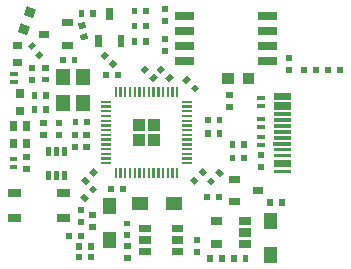
<source format=gtp>
%TF.GenerationSoftware,KiCad,Pcbnew,9.0.0*%
%TF.CreationDate,2025-03-31T12:51:01+01:00*%
%TF.ProjectId,vm_rp2040_brain_0.1,766d5f72-7032-4303-9430-5f627261696e,rev?*%
%TF.SameCoordinates,Original*%
%TF.FileFunction,Paste,Top*%
%TF.FilePolarity,Positive*%
%FSLAX45Y45*%
G04 Gerber Fmt 4.5, Leading zero omitted, Abs format (unit mm)*
G04 Created by KiCad (PCBNEW 9.0.0) date 2025-03-31 12:51:01*
%MOMM*%
%LPD*%
G01*
G04 APERTURE LIST*
%ADD10C,0.000000*%
G04 APERTURE END LIST*
D10*
G36*
X-852854Y604734D02*
G01*
X-902854Y604734D01*
X-902854Y659735D01*
X-852854Y659735D01*
X-852854Y604734D01*
G37*
G36*
X-567498Y-10000D02*
G01*
X-654998Y-10000D01*
X-654998Y10000D01*
X-567498Y10000D01*
X-567498Y-10000D01*
G37*
G36*
X-914999Y199159D02*
G01*
X-1034999Y199159D01*
X-1034999Y339159D01*
X-914999Y339159D01*
X-914999Y199159D01*
G37*
G36*
X-397500Y319998D02*
G01*
X-417500Y319998D01*
X-417500Y407498D01*
X-397500Y407498D01*
X-397500Y319998D01*
G37*
G36*
X838003Y-1081059D02*
G01*
X728003Y-1081059D01*
X728003Y-946058D01*
X838003Y-946058D01*
X838003Y-1081059D01*
G37*
G36*
X-567498Y230000D02*
G01*
X-654998Y230000D01*
X-654998Y250000D01*
X-567498Y250000D01*
X-567498Y230000D01*
G37*
G36*
X-517500Y-367501D02*
G01*
X-537500Y-367501D01*
X-537500Y-280001D01*
X-517500Y-280001D01*
X-517500Y-367501D01*
G37*
G36*
X952501Y110001D02*
G01*
X807500Y110001D01*
X807500Y140001D01*
X952501Y140001D01*
X952501Y110001D01*
G37*
G36*
X-847500Y-128749D02*
G01*
X-902501Y-128749D01*
X-902501Y-78749D01*
X-847500Y-78749D01*
X-847500Y-128749D01*
G37*
G36*
X836999Y849455D02*
G01*
X676999Y849455D01*
X676999Y909455D01*
X836999Y909455D01*
X836999Y849455D01*
G37*
G36*
X-1320000Y725802D02*
G01*
X-1400000Y725802D01*
X-1400000Y785802D01*
X-1320000Y785802D01*
X-1320000Y725802D01*
G37*
G36*
X-487498Y480000D02*
G01*
X-537498Y480000D01*
X-537498Y535001D01*
X-487498Y535001D01*
X-487498Y480000D01*
G37*
G36*
X186491Y-1013489D02*
G01*
X131490Y-1013489D01*
X131490Y-963489D01*
X186491Y-963489D01*
X186491Y-1013489D01*
G37*
G36*
X731250Y226250D02*
G01*
X668751Y226250D01*
X668751Y258749D01*
X731250Y258749D01*
X731250Y226250D01*
G37*
G36*
X120001Y230000D02*
G01*
X32501Y230000D01*
X32501Y250000D01*
X120001Y250000D01*
X120001Y230000D01*
G37*
G36*
X-399370Y-967119D02*
G01*
X-454371Y-967119D01*
X-454371Y-917119D01*
X-399370Y-917119D01*
X-399370Y-967119D01*
G37*
G36*
X952501Y-140001D02*
G01*
X807500Y-140001D01*
X807500Y-110001D01*
X952501Y-110001D01*
X952501Y-140001D01*
G37*
G36*
X-550926Y968964D02*
G01*
X-606806Y968964D01*
X-606806Y1075644D01*
X-550926Y1075644D01*
X-550926Y968964D01*
G37*
G36*
X1190431Y523167D02*
G01*
X1140431Y523167D01*
X1140431Y578168D01*
X1190431Y578168D01*
X1190431Y523167D01*
G37*
G36*
X-37501Y319998D02*
G01*
X-57501Y319998D01*
X-57501Y407498D01*
X-37501Y407498D01*
X-37501Y319998D01*
G37*
G36*
X-782259Y907903D02*
G01*
X-836422Y898353D01*
X-845103Y947593D01*
X-790940Y957143D01*
X-782259Y907903D01*
G37*
G36*
X-567498Y-250000D02*
G01*
X-654998Y-250000D01*
X-654998Y-230000D01*
X-567498Y-230000D01*
X-567498Y-250000D01*
G37*
G36*
X-477500Y319998D02*
G01*
X-497500Y319998D01*
X-497500Y407498D01*
X-477500Y407498D01*
X-477500Y319998D01*
G37*
G36*
X-983001Y75500D02*
G01*
X-1038002Y75500D01*
X-1038002Y125500D01*
X-983001Y125500D01*
X-983001Y75500D01*
G37*
G36*
X-567498Y70000D02*
G01*
X-654998Y70000D01*
X-654998Y90000D01*
X-567498Y90000D01*
X-567498Y70000D01*
G37*
G36*
X584999Y-222501D02*
G01*
X534999Y-222501D01*
X534999Y-167500D01*
X584999Y-167500D01*
X584999Y-222501D01*
G37*
G36*
X-117500Y319998D02*
G01*
X-137500Y319998D01*
X-137500Y407498D01*
X-117500Y407498D01*
X-117500Y319998D01*
G37*
G36*
X-1305000Y165000D02*
G01*
X-1375000Y165000D01*
X-1375000Y235000D01*
X-1305000Y235000D01*
X-1305000Y165000D01*
G37*
G36*
X-889999Y728007D02*
G01*
X-979999Y728007D01*
X-979999Y788007D01*
X-889999Y788007D01*
X-889999Y728007D01*
G37*
G36*
X172766Y-386413D02*
G01*
X137412Y-421767D01*
X98522Y-382877D01*
X133876Y-347523D01*
X172766Y-386413D01*
G37*
G36*
X-455676Y740364D02*
G01*
X-511556Y740364D01*
X-511556Y847044D01*
X-455676Y847044D01*
X-455676Y740364D01*
G37*
G36*
X-279999Y32499D02*
G01*
X-382499Y32499D01*
X-382499Y135001D01*
X-279999Y135001D01*
X-279999Y32499D01*
G37*
G36*
X905001Y-598210D02*
G01*
X855001Y-598210D01*
X855001Y-543209D01*
X905001Y-543209D01*
X905001Y-598210D01*
G37*
G36*
X120001Y-50000D02*
G01*
X32501Y-50000D01*
X32501Y-30000D01*
X120001Y-30000D01*
X120001Y-50000D01*
G37*
G36*
X-229999Y-1014999D02*
G01*
X-329999Y-1014999D01*
X-329999Y-954999D01*
X-229999Y-954999D01*
X-229999Y-1014999D01*
G37*
G36*
X1395000Y523167D02*
G01*
X1345000Y523167D01*
X1345000Y578168D01*
X1395000Y578168D01*
X1395000Y523167D01*
G37*
G36*
X836999Y976455D02*
G01*
X676999Y976455D01*
X676999Y1036455D01*
X836999Y1036455D01*
X836999Y976455D01*
G37*
G36*
X-567498Y-170000D02*
G01*
X-654998Y-170000D01*
X-654998Y-150000D01*
X-567498Y-150000D01*
X-567498Y-170000D01*
G37*
G36*
X-1255255Y916086D02*
G01*
X-1281315Y844481D01*
X-1357693Y872282D01*
X-1331633Y943887D01*
X-1255255Y916086D01*
G37*
G36*
X-152499Y32499D02*
G01*
X-255001Y32499D01*
X-255001Y135001D01*
X-152499Y135001D01*
X-152499Y32499D01*
G37*
G36*
X375002Y-17500D02*
G01*
X325002Y-17500D01*
X325002Y37501D01*
X375002Y37501D01*
X375002Y-17500D01*
G37*
G36*
X952501Y60001D02*
G01*
X807500Y60001D01*
X807500Y90001D01*
X952501Y90001D01*
X952501Y60001D01*
G37*
G36*
X-567498Y150000D02*
G01*
X-654998Y150000D01*
X-654998Y170000D01*
X-567498Y170000D01*
X-567498Y150000D01*
G37*
G36*
X-117500Y-367501D02*
G01*
X-137500Y-367501D01*
X-137500Y-280001D01*
X-117500Y-280001D01*
X-117500Y-367501D01*
G37*
G36*
X374132Y-955758D02*
G01*
X274132Y-955758D01*
X274132Y-885758D01*
X374132Y-885758D01*
X374132Y-955758D01*
G37*
G36*
X-1252501Y35001D02*
G01*
X-1317502Y35001D01*
X-1317502Y115001D01*
X-1252501Y115001D01*
X-1252501Y35001D01*
G37*
G36*
X120001Y190000D02*
G01*
X32501Y190000D01*
X32501Y210000D01*
X120001Y210000D01*
X120001Y190000D01*
G37*
G36*
X836999Y722455D02*
G01*
X676999Y722455D01*
X676999Y782455D01*
X836999Y782455D01*
X836999Y722455D01*
G37*
G36*
X-843830Y81999D02*
G01*
X-893830Y81999D01*
X-893830Y137000D01*
X-843830Y137000D01*
X-843830Y81999D01*
G37*
G36*
X-527996Y-954999D02*
G01*
X-637996Y-954999D01*
X-637996Y-819998D01*
X-527996Y-819998D01*
X-527996Y-954999D01*
G37*
G36*
X243477Y-315702D02*
G01*
X208123Y-351056D01*
X169233Y-312166D01*
X204587Y-276812D01*
X243477Y-315702D01*
G37*
G36*
X120001Y30000D02*
G01*
X32501Y30000D01*
X32501Y50000D01*
X120001Y50000D01*
X120001Y30000D01*
G37*
G36*
X-745000Y419158D02*
G01*
X-865000Y419158D01*
X-865000Y559158D01*
X-745000Y559158D01*
X-745000Y419158D01*
G37*
G36*
X120001Y-250000D02*
G01*
X32501Y-250000D01*
X32501Y-230000D01*
X120001Y-230000D01*
X120001Y-250000D01*
G37*
G36*
X-567498Y-50000D02*
G01*
X-654998Y-50000D01*
X-654998Y-30000D01*
X-567498Y-30000D01*
X-567498Y-50000D01*
G37*
G36*
X2499Y319998D02*
G01*
X-17501Y319998D01*
X-17501Y407498D01*
X2499Y407498D01*
X2499Y319998D01*
G37*
G36*
X-793055Y998416D02*
G01*
X-843055Y998416D01*
X-843055Y1053417D01*
X-793055Y1053417D01*
X-793055Y998416D01*
G37*
G36*
X614131Y-860757D02*
G01*
X514131Y-860757D01*
X514131Y-790757D01*
X614131Y-790757D01*
X614131Y-860757D01*
G37*
G36*
X-397500Y-367501D02*
G01*
X-417500Y-367501D01*
X-417500Y-280001D01*
X-397500Y-280001D01*
X-397500Y-367501D01*
G37*
G36*
X45001Y-920001D02*
G01*
X-54999Y-920001D01*
X-54999Y-860001D01*
X45001Y-860001D01*
X45001Y-920001D01*
G37*
G36*
X315895Y-393030D02*
G01*
X280541Y-428384D01*
X241651Y-389494D01*
X277005Y-354140D01*
X315895Y-393030D01*
G37*
G36*
X-1257499Y-215111D02*
G01*
X-1312500Y-215111D01*
X-1312500Y-165111D01*
X-1257499Y-165111D01*
X-1257499Y-215111D01*
G37*
G36*
X-1091394Y307000D02*
G01*
X-1141394Y307000D01*
X-1141394Y362001D01*
X-1091394Y362001D01*
X-1091394Y307000D01*
G37*
G36*
X-83302Y788072D02*
G01*
X-138303Y788072D01*
X-138303Y838072D01*
X-83302Y838072D01*
X-83302Y788072D01*
G37*
G36*
X-895760Y-883051D02*
G01*
X-945760Y-883051D01*
X-945760Y-828050D01*
X-895760Y-828050D01*
X-895760Y-883051D01*
G37*
G36*
X-437500Y319998D02*
G01*
X-457500Y319998D01*
X-457500Y407498D01*
X-437500Y407498D01*
X-437500Y319998D01*
G37*
G36*
X-252499Y-634999D02*
G01*
X-387500Y-634999D01*
X-387500Y-524999D01*
X-252499Y-524999D01*
X-252499Y-634999D01*
G37*
G36*
X-917501Y-737551D02*
G01*
X-1022502Y-737551D01*
X-1022502Y-672550D01*
X-917501Y-672550D01*
X-917501Y-737551D01*
G37*
G36*
X584999Y-109318D02*
G01*
X534999Y-109318D01*
X534999Y-54317D01*
X584999Y-54317D01*
X584999Y-109318D01*
G37*
G36*
X-277500Y-367501D02*
G01*
X-297500Y-367501D01*
X-297500Y-280001D01*
X-277500Y-280001D01*
X-277500Y-367501D01*
G37*
G36*
X-812855Y-973559D02*
G01*
X-862855Y-973559D01*
X-862855Y-918558D01*
X-812855Y-918558D01*
X-812855Y-973559D01*
G37*
G36*
X731248Y51252D02*
G01*
X668749Y51252D01*
X668749Y83751D01*
X731248Y83751D01*
X731248Y51252D01*
G37*
G36*
X-944999Y-385349D02*
G01*
X-984999Y-385349D01*
X-984999Y-305349D01*
X-944999Y-305349D01*
X-944999Y-385349D01*
G37*
G36*
X-1210938Y542500D02*
G01*
X-1265939Y542500D01*
X-1265939Y592500D01*
X-1210938Y592500D01*
X-1210938Y542500D01*
G37*
G36*
X-37023Y486413D02*
G01*
X-75913Y447523D01*
X-111267Y482877D01*
X-72377Y521767D01*
X-37023Y486413D01*
G37*
G36*
X484999Y-109318D02*
G01*
X434999Y-109318D01*
X434999Y-54317D01*
X484999Y-54317D01*
X484999Y-109318D01*
G37*
G36*
X1295000Y523167D02*
G01*
X1245000Y523167D01*
X1245000Y578168D01*
X1295000Y578168D01*
X1295000Y523167D01*
G37*
G36*
X-796260Y-761783D02*
G01*
X-851261Y-761783D01*
X-851261Y-711783D01*
X-796260Y-711783D01*
X-796260Y-761783D01*
G37*
G36*
X-1257499Y-315111D02*
G01*
X-1312500Y-315111D01*
X-1312500Y-265111D01*
X-1257499Y-265111D01*
X-1257499Y-315111D01*
G37*
G36*
X375002Y100000D02*
G01*
X325002Y100000D01*
X325002Y155001D01*
X375002Y155001D01*
X375002Y100000D01*
G37*
G36*
X-1010000Y-385349D02*
G01*
X-1050000Y-385349D01*
X-1050000Y-305349D01*
X-1010000Y-305349D01*
X-1010000Y-385349D01*
G37*
G36*
X-37501Y-367501D02*
G01*
X-57501Y-367501D01*
X-57501Y-280001D01*
X-37501Y-280001D01*
X-37501Y-367501D01*
G37*
G36*
X2499Y-367501D02*
G01*
X-17501Y-367501D01*
X-17501Y-280001D01*
X2499Y-280001D01*
X2499Y-367501D01*
G37*
G36*
X470629Y434279D02*
G01*
X374109Y434279D01*
X374109Y525719D01*
X470629Y525719D01*
X470629Y434279D01*
G37*
G36*
X952501Y324999D02*
G01*
X807500Y324999D01*
X807500Y354999D01*
X952501Y354999D01*
X952501Y324999D01*
G37*
G36*
X120001Y-10000D02*
G01*
X32501Y-10000D01*
X32501Y10000D01*
X120001Y10000D01*
X120001Y-10000D01*
G37*
G36*
X-1091394Y185758D02*
G01*
X-1141394Y185758D01*
X-1141394Y240759D01*
X-1091394Y240759D01*
X-1091394Y185758D01*
G37*
G36*
X-1358751Y428751D02*
G01*
X-1421250Y428751D01*
X-1421250Y461250D01*
X-1358751Y461250D01*
X-1358751Y428751D01*
G37*
G36*
X-517500Y319998D02*
G01*
X-537500Y319998D01*
X-537500Y407498D01*
X-517500Y407498D01*
X-517500Y319998D01*
G37*
G36*
X-1305000Y314999D02*
G01*
X-1375000Y314999D01*
X-1375000Y384999D01*
X-1305000Y384999D01*
X-1305000Y314999D01*
G37*
G36*
X731248Y-33750D02*
G01*
X668749Y-33750D01*
X668749Y-1251D01*
X731248Y-1251D01*
X731248Y-33750D01*
G37*
G36*
X137000Y595455D02*
G01*
X-23000Y595455D01*
X-23000Y655455D01*
X137000Y655455D01*
X137000Y595455D01*
G37*
G36*
X-1010000Y-179349D02*
G01*
X-1050000Y-179349D01*
X-1050000Y-99349D01*
X-1010000Y-99349D01*
X-1010000Y-179349D01*
G37*
G36*
X296259Y-1075715D02*
G01*
X246259Y-1075715D01*
X246259Y-1020714D01*
X296259Y-1020714D01*
X296259Y-1075715D01*
G37*
G36*
X-540602Y-487499D02*
G01*
X-590602Y-487499D01*
X-590602Y-432498D01*
X-540602Y-432498D01*
X-540602Y-487499D01*
G37*
G36*
X-952854Y604734D02*
G01*
X-1002854Y604734D01*
X-1002854Y659735D01*
X-952854Y659735D01*
X-952854Y604734D01*
G37*
G36*
X-1111500Y75500D02*
G01*
X-1166501Y75500D01*
X-1166501Y125500D01*
X-1111500Y125500D01*
X-1111500Y75500D01*
G37*
G36*
X952501Y294999D02*
G01*
X807500Y294999D01*
X807500Y324999D01*
X952501Y324999D01*
X952501Y294999D01*
G37*
G36*
X731248Y-103749D02*
G01*
X668749Y-103749D01*
X668749Y-71250D01*
X731248Y-71250D01*
X731248Y-103749D01*
G37*
G36*
X952501Y-190001D02*
G01*
X807500Y-190001D01*
X807500Y-160001D01*
X952501Y-160001D01*
X952501Y-190001D01*
G37*
G36*
X-1362501Y-115001D02*
G01*
X-1427502Y-115001D01*
X-1427502Y-35001D01*
X-1362501Y-35001D01*
X-1362501Y-115001D01*
G37*
G36*
X952501Y-245000D02*
G01*
X807500Y-245000D01*
X807500Y-215000D01*
X952501Y-215000D01*
X952501Y-245000D01*
G37*
G36*
X-279999Y-95001D02*
G01*
X-382499Y-95001D01*
X-382499Y7501D01*
X-279999Y7501D01*
X-279999Y-95001D01*
G37*
G36*
X484999Y-222501D02*
G01*
X434999Y-222501D01*
X434999Y-167500D01*
X484999Y-167500D01*
X484999Y-222501D01*
G37*
G36*
X-917501Y-522552D02*
G01*
X-1022502Y-522552D01*
X-1022502Y-457551D01*
X-917501Y-457551D01*
X-917501Y-522552D01*
G37*
G36*
X-748038Y-26651D02*
G01*
X-803039Y-26651D01*
X-803039Y23349D01*
X-748038Y23349D01*
X-748038Y-26651D01*
G37*
G36*
X-748038Y-126651D02*
G01*
X-803039Y-126651D01*
X-803039Y-76651D01*
X-748038Y-76651D01*
X-748038Y-126651D01*
G37*
G36*
X-513928Y604482D02*
G01*
X-552818Y565592D01*
X-588172Y600946D01*
X-549282Y639836D01*
X-513928Y604482D01*
G37*
G36*
X-157500Y-367501D02*
G01*
X-177500Y-367501D01*
X-177500Y-280001D01*
X-157500Y-280001D01*
X-157500Y-367501D01*
G37*
G36*
X-405151Y-775001D02*
G01*
X-460152Y-775001D01*
X-460152Y-725001D01*
X-405151Y-725001D01*
X-405151Y-775001D01*
G37*
G36*
X-243914Y557124D02*
G01*
X-282804Y518234D01*
X-318158Y553588D01*
X-279268Y592478D01*
X-243914Y557124D01*
G37*
G36*
X386606Y-322319D02*
G01*
X351252Y-357673D01*
X312362Y-318783D01*
X347716Y-283429D01*
X386606Y-322319D01*
G37*
G36*
X-229999Y-920001D02*
G01*
X-329999Y-920001D01*
X-329999Y-860001D01*
X-229999Y-860001D01*
X-229999Y-920001D01*
G37*
G36*
X805001Y-598210D02*
G01*
X755001Y-598210D01*
X755001Y-543209D01*
X805001Y-543209D01*
X805001Y-598210D01*
G37*
G36*
X-197500Y-367501D02*
G01*
X-217500Y-367501D01*
X-217500Y-280001D01*
X-197500Y-280001D01*
X-197500Y-367501D01*
G37*
G36*
X-477500Y-367501D02*
G01*
X-497500Y-367501D01*
X-497500Y-280001D01*
X-477500Y-280001D01*
X-477500Y-367501D01*
G37*
G36*
X374132Y-765758D02*
G01*
X274132Y-765758D01*
X274132Y-695758D01*
X374132Y-695758D01*
X374132Y-765758D01*
G37*
G36*
X45001Y-1014999D02*
G01*
X-54999Y-1014999D01*
X-54999Y-954999D01*
X45001Y-954999D01*
X45001Y-1014999D01*
G37*
G36*
X-1358751Y498751D02*
G01*
X-1421250Y498751D01*
X-1421250Y531250D01*
X-1358751Y531250D01*
X-1358751Y498751D01*
G37*
G36*
X137000Y722455D02*
G01*
X-23000Y722455D01*
X-23000Y782455D01*
X137000Y782455D01*
X137000Y722455D01*
G37*
G36*
X730001Y-194591D02*
G01*
X675000Y-194591D01*
X675000Y-144591D01*
X730001Y-144591D01*
X730001Y-194591D01*
G37*
G36*
X-1089999Y823008D02*
G01*
X-1179999Y823008D01*
X-1179999Y883008D01*
X-1089999Y883008D01*
X-1089999Y823008D01*
G37*
G36*
X731248Y121251D02*
G01*
X668749Y121251D01*
X668749Y153750D01*
X731248Y153750D01*
X731248Y121251D01*
G37*
G36*
X-1200394Y750344D02*
G01*
X-1242525Y714990D01*
X-1274664Y753290D01*
X-1232533Y788644D01*
X-1200394Y750344D01*
G37*
G36*
X120001Y-90000D02*
G01*
X32501Y-90000D01*
X32501Y-70000D01*
X120001Y-70000D01*
X120001Y-90000D01*
G37*
G36*
X-1362501Y35001D02*
G01*
X-1427502Y35001D01*
X-1427502Y115001D01*
X-1362501Y115001D01*
X-1362501Y35001D01*
G37*
G36*
X461718Y209907D02*
G01*
X406717Y209907D01*
X406717Y259907D01*
X461718Y259907D01*
X461718Y209907D01*
G37*
G36*
X967932Y625667D02*
G01*
X912931Y625667D01*
X912931Y675667D01*
X967932Y675667D01*
X967932Y625667D01*
G37*
G36*
X-646176Y740364D02*
G01*
X-702056Y740364D01*
X-702056Y847044D01*
X-646176Y847044D01*
X-646176Y740364D01*
G37*
G36*
X722128Y-499849D02*
G01*
X632128Y-499849D01*
X632128Y-439849D01*
X722128Y-439849D01*
X722128Y-499849D01*
G37*
G36*
X-152499Y-95001D02*
G01*
X-255001Y-95001D01*
X-255001Y7501D01*
X-152499Y7501D01*
X-152499Y-95001D01*
G37*
G36*
X-1191393Y307000D02*
G01*
X-1241393Y307000D01*
X-1241393Y362001D01*
X-1191393Y362001D01*
X-1191393Y307000D01*
G37*
G36*
X-796260Y-661783D02*
G01*
X-851261Y-661783D01*
X-851261Y-611783D01*
X-796260Y-611783D01*
X-796260Y-661783D01*
G37*
G36*
X-229999Y-825000D02*
G01*
X-329999Y-825000D01*
X-329999Y-765000D01*
X-229999Y-765000D01*
X-229999Y-825000D01*
G37*
G36*
X-344999Y762501D02*
G01*
X-394999Y762501D01*
X-394999Y817502D01*
X-344999Y817502D01*
X-344999Y762501D01*
G37*
G36*
X-1332499Y-522552D02*
G01*
X-1437500Y-522552D01*
X-1437500Y-457551D01*
X-1332499Y-457551D01*
X-1332499Y-522552D01*
G37*
G36*
X-567498Y190000D02*
G01*
X-654998Y190000D01*
X-654998Y210000D01*
X-567498Y210000D01*
X-567498Y190000D01*
G37*
G36*
X-745000Y199159D02*
G01*
X-865000Y199159D01*
X-865000Y339159D01*
X-745000Y339159D01*
X-745000Y199159D01*
G37*
G36*
X-237500Y-367501D02*
G01*
X-257500Y-367501D01*
X-257500Y-280001D01*
X-237500Y-280001D01*
X-237500Y-367501D01*
G37*
G36*
X-693055Y998416D02*
G01*
X-743055Y998416D01*
X-743055Y1053417D01*
X-693055Y1053417D01*
X-693055Y998416D01*
G37*
G36*
X-567498Y30000D02*
G01*
X-654998Y30000D01*
X-654998Y50000D01*
X-567498Y50000D01*
X-567498Y30000D01*
G37*
G36*
X120001Y269999D02*
G01*
X32501Y269999D01*
X32501Y289999D01*
X120001Y289999D01*
X120001Y269999D01*
G37*
G36*
X952501Y9999D02*
G01*
X807500Y9999D01*
X807500Y39999D01*
X952501Y39999D01*
X952501Y9999D01*
G37*
G36*
X-754718Y-530624D02*
G01*
X-790072Y-565978D01*
X-828962Y-527088D01*
X-793608Y-491734D01*
X-754718Y-530624D01*
G37*
G36*
X-1096465Y543797D02*
G01*
X-1151466Y543797D01*
X-1151466Y593797D01*
X-1096465Y593797D01*
X-1096465Y543797D01*
G37*
G36*
X120001Y70000D02*
G01*
X32501Y70000D01*
X32501Y90000D01*
X120001Y90000D01*
X120001Y70000D01*
G37*
G36*
X-405151Y-875001D02*
G01*
X-460152Y-875001D01*
X-460152Y-825001D01*
X-405151Y-825001D01*
X-405151Y-875001D01*
G37*
G36*
X-1320000Y585803D02*
G01*
X-1400000Y585803D01*
X-1400000Y645803D01*
X-1320000Y645803D01*
X-1320000Y585803D01*
G37*
G36*
X-83302Y688072D02*
G01*
X-138303Y688072D01*
X-138303Y738072D01*
X-83302Y738072D01*
X-83302Y688072D01*
G37*
G36*
X-1191393Y185758D02*
G01*
X-1241393Y185758D01*
X-1241393Y240759D01*
X-1191393Y240759D01*
X-1191393Y185758D01*
G37*
G36*
X-889999Y918007D02*
G01*
X-979999Y918007D01*
X-979999Y978007D01*
X-889999Y978007D01*
X-889999Y918007D01*
G37*
G36*
X45001Y-825000D02*
G01*
X-54999Y-825000D01*
X-54999Y-765000D01*
X45001Y-765000D01*
X45001Y-825000D01*
G37*
G36*
X-1136114Y673740D02*
G01*
X-1178245Y638386D01*
X-1210384Y676686D01*
X-1168253Y712040D01*
X-1136114Y673740D01*
G37*
G36*
X836999Y595455D02*
G01*
X676999Y595455D01*
X676999Y655455D01*
X836999Y655455D01*
X836999Y595455D01*
G37*
G36*
X952501Y-274999D02*
G01*
X807500Y-274999D01*
X807500Y-244999D01*
X952501Y-244999D01*
X952501Y-274999D01*
G37*
G36*
X-157500Y319998D02*
G01*
X-177500Y319998D01*
X-177500Y407498D01*
X-157500Y407498D01*
X-157500Y319998D01*
G37*
G36*
X-440602Y-487499D02*
G01*
X-490602Y-487499D01*
X-490602Y-432498D01*
X-440602Y-432498D01*
X-440602Y-487499D01*
G37*
G36*
X838003Y-796061D02*
G01*
X728003Y-796061D01*
X728003Y-661060D01*
X838003Y-661060D01*
X838003Y-796061D01*
G37*
G36*
X-1111500Y-24500D02*
G01*
X-1166501Y-24500D01*
X-1166501Y25500D01*
X-1111500Y25500D01*
X-1111500Y-24500D01*
G37*
G36*
X369381Y-552551D02*
G01*
X319381Y-552551D01*
X319381Y-497550D01*
X369381Y-497550D01*
X369381Y-552551D01*
G37*
G36*
X-944999Y-179349D02*
G01*
X-984999Y-179349D01*
X-984999Y-99349D01*
X-944999Y-99349D01*
X-944999Y-179349D01*
G37*
G36*
X120001Y-130000D02*
G01*
X32501Y-130000D01*
X32501Y-110000D01*
X120001Y-110000D01*
X120001Y-130000D01*
G37*
G36*
X109344Y469623D02*
G01*
X70454Y430733D01*
X35100Y466087D01*
X73990Y504977D01*
X109344Y469623D01*
G37*
G36*
X-277500Y319998D02*
G01*
X-297500Y319998D01*
X-297500Y407498D01*
X-277500Y407498D01*
X-277500Y319998D01*
G37*
G36*
X-715001Y-1062834D02*
G01*
X-765001Y-1062834D01*
X-765001Y-1007833D01*
X-715001Y-1007833D01*
X-715001Y-1062834D01*
G37*
G36*
X-1361250Y-291250D02*
G01*
X-1423749Y-291250D01*
X-1423749Y-258751D01*
X-1361250Y-258751D01*
X-1361250Y-291250D01*
G37*
G36*
X32501Y-634999D02*
G01*
X-102500Y-634999D01*
X-102500Y-524999D01*
X32501Y-524999D01*
X32501Y-634999D01*
G37*
G36*
X120001Y110000D02*
G01*
X32501Y110000D01*
X32501Y130000D01*
X120001Y130000D01*
X120001Y110000D01*
G37*
G36*
X-317500Y319998D02*
G01*
X-337500Y319998D01*
X-337500Y407498D01*
X-317500Y407498D01*
X-317500Y319998D01*
G37*
G36*
X269381Y-552551D02*
G01*
X219381Y-552551D01*
X219381Y-497550D01*
X269381Y-497550D01*
X269381Y-552551D01*
G37*
G36*
X-567498Y-130000D02*
G01*
X-654998Y-130000D01*
X-654998Y-110000D01*
X-567498Y-110000D01*
X-567498Y-130000D01*
G37*
G36*
X-197500Y319998D02*
G01*
X-217500Y319998D01*
X-217500Y407498D01*
X-197500Y407498D01*
X-197500Y319998D01*
G37*
G36*
X-764896Y809422D02*
G01*
X-819059Y799872D01*
X-827740Y849112D01*
X-773577Y858662D01*
X-764896Y809422D01*
G37*
G36*
X952501Y244999D02*
G01*
X807500Y244999D01*
X807500Y274999D01*
X952501Y274999D01*
X952501Y244999D01*
G37*
G36*
X-697683Y-802580D02*
G01*
X-752684Y-802580D01*
X-752684Y-752580D01*
X-697683Y-752580D01*
X-697683Y-802580D01*
G37*
G36*
X522129Y-404848D02*
G01*
X432129Y-404848D01*
X432129Y-344848D01*
X522129Y-344848D01*
X522129Y-404848D01*
G37*
G36*
X-567498Y269999D02*
G01*
X-654998Y269999D01*
X-654998Y289999D01*
X-567498Y289999D01*
X-567498Y269999D01*
G37*
G36*
X645889Y434279D02*
G01*
X549369Y434279D01*
X549369Y525719D01*
X645889Y525719D01*
X645889Y434279D01*
G37*
G36*
X-344999Y1022500D02*
G01*
X-394999Y1022500D01*
X-394999Y1077501D01*
X-344999Y1077501D01*
X-344999Y1022500D01*
G37*
G36*
X-237500Y319998D02*
G01*
X-257500Y319998D01*
X-257500Y407498D01*
X-237500Y407498D01*
X-237500Y319998D01*
G37*
G36*
X137000Y976455D02*
G01*
X-23000Y976455D01*
X-23000Y1036455D01*
X137000Y1036455D01*
X137000Y976455D01*
G37*
G36*
X-1252501Y-115001D02*
G01*
X-1317502Y-115001D01*
X-1317502Y-35001D01*
X-1252501Y-35001D01*
X-1252501Y-115001D01*
G37*
G36*
X-77500Y-367501D02*
G01*
X-97500Y-367501D01*
X-97500Y-280001D01*
X-77500Y-280001D01*
X-77500Y-367501D01*
G37*
G36*
X614131Y-955758D02*
G01*
X514131Y-955758D01*
X514131Y-885758D01*
X614131Y-885758D01*
X614131Y-955758D01*
G37*
G36*
X-567498Y110000D02*
G01*
X-654998Y110000D01*
X-654998Y130000D01*
X-567498Y130000D01*
X-567498Y110000D01*
G37*
G36*
X-77500Y319998D02*
G01*
X-97500Y319998D01*
X-97500Y407498D01*
X-77500Y407498D01*
X-77500Y319998D01*
G37*
G36*
X952501Y160001D02*
G01*
X807500Y160001D01*
X807500Y190001D01*
X952501Y190001D01*
X952501Y160001D01*
G37*
G36*
X-983001Y-24500D02*
G01*
X-1038002Y-24500D01*
X-1038002Y25500D01*
X-983001Y25500D01*
X-983001Y-24500D01*
G37*
G36*
X-567498Y-210000D02*
G01*
X-654998Y-210000D01*
X-654998Y-190000D01*
X-567498Y-190000D01*
X-567498Y-210000D01*
G37*
G36*
X-357500Y319998D02*
G01*
X-377500Y319998D01*
X-377500Y407498D01*
X-357500Y407498D01*
X-357500Y319998D01*
G37*
G36*
X-357500Y-367501D02*
G01*
X-377500Y-367501D01*
X-377500Y-280001D01*
X-357500Y-280001D01*
X-357500Y-367501D01*
G37*
G36*
X-399370Y-1067119D02*
G01*
X-454371Y-1067119D01*
X-454371Y-1017119D01*
X-399370Y-1017119D01*
X-399370Y-1067119D01*
G37*
G36*
X-712855Y-973559D02*
G01*
X-762855Y-973559D01*
X-762855Y-918558D01*
X-712855Y-918558D01*
X-712855Y-973559D01*
G37*
G36*
X275000Y-17500D02*
G01*
X225000Y-17500D01*
X225000Y37501D01*
X275000Y37501D01*
X275000Y-17500D01*
G37*
G36*
X730001Y-294591D02*
G01*
X675000Y-294591D01*
X675000Y-244591D01*
X730001Y-244591D01*
X730001Y-294591D01*
G37*
G36*
X-344999Y892501D02*
G01*
X-394999Y892501D01*
X-394999Y947502D01*
X-344999Y947502D01*
X-344999Y892501D01*
G37*
G36*
X-84999Y1037500D02*
G01*
X-140000Y1037500D01*
X-140000Y1087500D01*
X-84999Y1087500D01*
X-84999Y1037500D01*
G37*
G36*
X-244999Y1022500D02*
G01*
X-294999Y1022500D01*
X-294999Y1077501D01*
X-244999Y1077501D01*
X-244999Y1022500D01*
G37*
G36*
X120001Y-170000D02*
G01*
X32501Y-170000D01*
X32501Y-150000D01*
X120001Y-150000D01*
X120001Y-170000D01*
G37*
G36*
X-1074999Y-385349D02*
G01*
X-1114999Y-385349D01*
X-1114999Y-305349D01*
X-1074999Y-305349D01*
X-1074999Y-385349D01*
G37*
G36*
X-795760Y-883051D02*
G01*
X-845760Y-883051D01*
X-845760Y-828050D01*
X-795760Y-828050D01*
X-795760Y-883051D01*
G37*
G36*
X967932Y525667D02*
G01*
X912931Y525667D01*
X912931Y575667D01*
X967932Y575667D01*
X967932Y525667D01*
G37*
G36*
X-1332499Y-737551D02*
G01*
X-1437500Y-737551D01*
X-1437500Y-672550D01*
X-1332499Y-672550D01*
X-1332499Y-737551D01*
G37*
G36*
X-584640Y675193D02*
G01*
X-623530Y636303D01*
X-658884Y671657D01*
X-619994Y710547D01*
X-584640Y675193D01*
G37*
G36*
X614131Y-765758D02*
G01*
X514131Y-765758D01*
X514131Y-695758D01*
X614131Y-695758D01*
X614131Y-765758D01*
G37*
G36*
X-1202263Y1061684D02*
G01*
X-1228323Y990079D01*
X-1304701Y1017880D01*
X-1278641Y1089485D01*
X-1202263Y1061684D01*
G37*
G36*
X-815001Y-1062834D02*
G01*
X-865001Y-1062834D01*
X-865001Y-1007833D01*
X-815001Y-1007833D01*
X-815001Y-1062834D01*
G37*
G36*
X-743830Y81999D02*
G01*
X-793830Y81999D01*
X-793830Y137000D01*
X-743830Y137000D01*
X-743830Y81999D01*
G37*
G36*
X-748772Y-387777D02*
G01*
X-784126Y-423131D01*
X-823016Y-384241D01*
X-787662Y-348887D01*
X-748772Y-387777D01*
G37*
G36*
X461718Y309907D02*
G01*
X406717Y309907D01*
X406717Y359907D01*
X461718Y359907D01*
X461718Y309907D01*
G37*
G36*
X-437500Y-367501D02*
G01*
X-457500Y-367501D01*
X-457500Y-280001D01*
X-437500Y-280001D01*
X-437500Y-367501D01*
G37*
G36*
X-697683Y-702581D02*
G01*
X-752684Y-702581D01*
X-752684Y-652581D01*
X-697683Y-652581D01*
X-697683Y-702581D01*
G37*
G36*
X-587498Y480000D02*
G01*
X-637498Y480000D01*
X-637498Y535001D01*
X-587498Y535001D01*
X-587498Y480000D01*
G37*
G36*
X952501Y-324999D02*
G01*
X807500Y-324999D01*
X807500Y-294999D01*
X952501Y-294999D01*
X952501Y-324999D01*
G37*
G36*
X595324Y-1073213D02*
G01*
X545324Y-1073213D01*
X545324Y-1018212D01*
X595324Y-1018212D01*
X595324Y-1073213D01*
G37*
G36*
X522129Y-594848D02*
G01*
X432129Y-594848D01*
X432129Y-534848D01*
X522129Y-534848D01*
X522129Y-594848D01*
G37*
G36*
X-1210938Y442500D02*
G01*
X-1265939Y442500D01*
X-1265939Y492500D01*
X-1210938Y492500D01*
X-1210938Y442500D01*
G37*
G36*
X-678061Y-317066D02*
G01*
X-713415Y-352420D01*
X-752305Y-313530D01*
X-716951Y-278176D01*
X-678061Y-317066D01*
G37*
G36*
X-244999Y892501D02*
G01*
X-294999Y892501D01*
X-294999Y947502D01*
X-244999Y947502D01*
X-244999Y892501D01*
G37*
G36*
X180055Y398912D02*
G01*
X141165Y360022D01*
X105811Y395376D01*
X144701Y434266D01*
X180055Y398912D01*
G37*
G36*
X495324Y-1073213D02*
G01*
X445324Y-1073213D01*
X445324Y-1018212D01*
X495324Y-1018212D01*
X495324Y-1073213D01*
G37*
G36*
X137000Y849455D02*
G01*
X-23000Y849455D01*
X-23000Y909455D01*
X137000Y909455D01*
X137000Y849455D01*
G37*
G36*
X-847500Y-28749D02*
G01*
X-902501Y-28749D01*
X-902501Y21251D01*
X-847500Y21251D01*
X-847500Y-28749D01*
G37*
G36*
X186491Y-913489D02*
G01*
X131490Y-913489D01*
X131490Y-863489D01*
X186491Y-863489D01*
X186491Y-913489D01*
G37*
G36*
X-567498Y-90000D02*
G01*
X-654998Y-90000D01*
X-654998Y-70000D01*
X-567498Y-70000D01*
X-567498Y-90000D01*
G37*
G36*
X-173203Y486413D02*
G01*
X-212093Y447523D01*
X-247447Y482877D01*
X-208557Y521767D01*
X-173203Y486413D01*
G37*
G36*
X731250Y296250D02*
G01*
X668751Y296250D01*
X668751Y328749D01*
X731250Y328749D01*
X731250Y296250D01*
G37*
G36*
X-244999Y762501D02*
G01*
X-294999Y762501D01*
X-294999Y817502D01*
X-244999Y817502D01*
X-244999Y762501D01*
G37*
G36*
X951932Y-90001D02*
G01*
X806931Y-90001D01*
X806931Y-60001D01*
X951932Y-60001D01*
X951932Y-90001D01*
G37*
G36*
X1090431Y523167D02*
G01*
X1040431Y523167D01*
X1040431Y578168D01*
X1090431Y578168D01*
X1090431Y523167D01*
G37*
G36*
X-1074999Y-179349D02*
G01*
X-1114999Y-179349D01*
X-1114999Y-99349D01*
X-1074999Y-99349D01*
X-1074999Y-179349D01*
G37*
G36*
X952501Y215000D02*
G01*
X807500Y215000D01*
X807500Y245000D01*
X952501Y245000D01*
X952501Y215000D01*
G37*
G36*
X-1361250Y-221250D02*
G01*
X-1423749Y-221250D01*
X-1423749Y-188751D01*
X-1361250Y-188751D01*
X-1361250Y-221250D01*
G37*
G36*
X-317500Y-367501D02*
G01*
X-337500Y-367501D01*
X-337500Y-280001D01*
X-317500Y-280001D01*
X-317500Y-367501D01*
G37*
G36*
X-527996Y-670001D02*
G01*
X-637996Y-670001D01*
X-637996Y-535000D01*
X-527996Y-535000D01*
X-527996Y-670001D01*
G37*
G36*
X120001Y150000D02*
G01*
X32501Y150000D01*
X32501Y170000D01*
X120001Y170000D01*
X120001Y150000D01*
G37*
G36*
X120001Y-210000D02*
G01*
X32501Y-210000D01*
X32501Y-190000D01*
X120001Y-190000D01*
X120001Y-210000D01*
G37*
G36*
X275000Y100000D02*
G01*
X225000Y100000D01*
X225000Y155001D01*
X275000Y155001D01*
X275000Y100000D01*
G37*
G36*
X396259Y-1075715D02*
G01*
X346259Y-1075715D01*
X346259Y-1020714D01*
X396259Y-1020714D01*
X396259Y-1075715D01*
G37*
G36*
X-684007Y-459913D02*
G01*
X-719361Y-495267D01*
X-758251Y-456377D01*
X-722897Y-421023D01*
X-684007Y-459913D01*
G37*
G36*
X952501Y-39999D02*
G01*
X807500Y-39999D01*
X807500Y-9999D01*
X952501Y-9999D01*
X952501Y-39999D01*
G37*
G36*
X-84999Y937500D02*
G01*
X-140000Y937500D01*
X-140000Y987500D01*
X-84999Y987500D01*
X-84999Y937500D01*
G37*
G36*
X-107734Y557124D02*
G01*
X-146624Y518234D01*
X-181978Y553588D01*
X-143088Y592478D01*
X-107734Y557124D01*
G37*
G36*
X-914999Y419158D02*
G01*
X-1034999Y419158D01*
X-1034999Y559158D01*
X-914999Y559158D01*
X-914999Y419158D01*
G37*
G36*
X-1096465Y443798D02*
G01*
X-1151466Y443798D01*
X-1151466Y493798D01*
X-1096465Y493798D01*
X-1096465Y443798D01*
G37*
M02*

</source>
